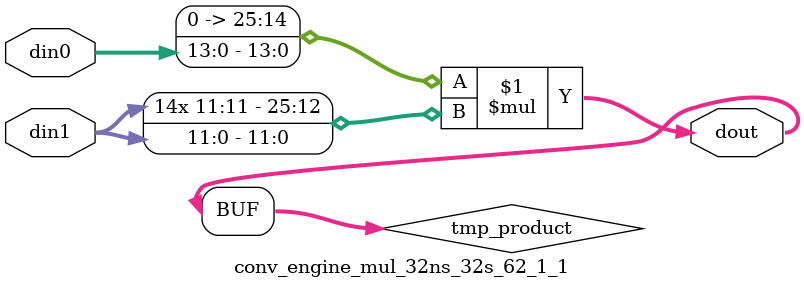
<source format=v>

`timescale 1 ns / 1 ps

 module conv_engine_mul_32ns_32s_62_1_1(din0, din1, dout);
parameter ID = 1;
parameter NUM_STAGE = 0;
parameter din0_WIDTH = 14;
parameter din1_WIDTH = 12;
parameter dout_WIDTH = 26;

input [din0_WIDTH - 1 : 0] din0; 
input [din1_WIDTH - 1 : 0] din1; 
output [dout_WIDTH - 1 : 0] dout;

wire signed [dout_WIDTH - 1 : 0] tmp_product;

























assign tmp_product = $signed({1'b0, din0}) * $signed(din1);










assign dout = tmp_product;





















endmodule

</source>
